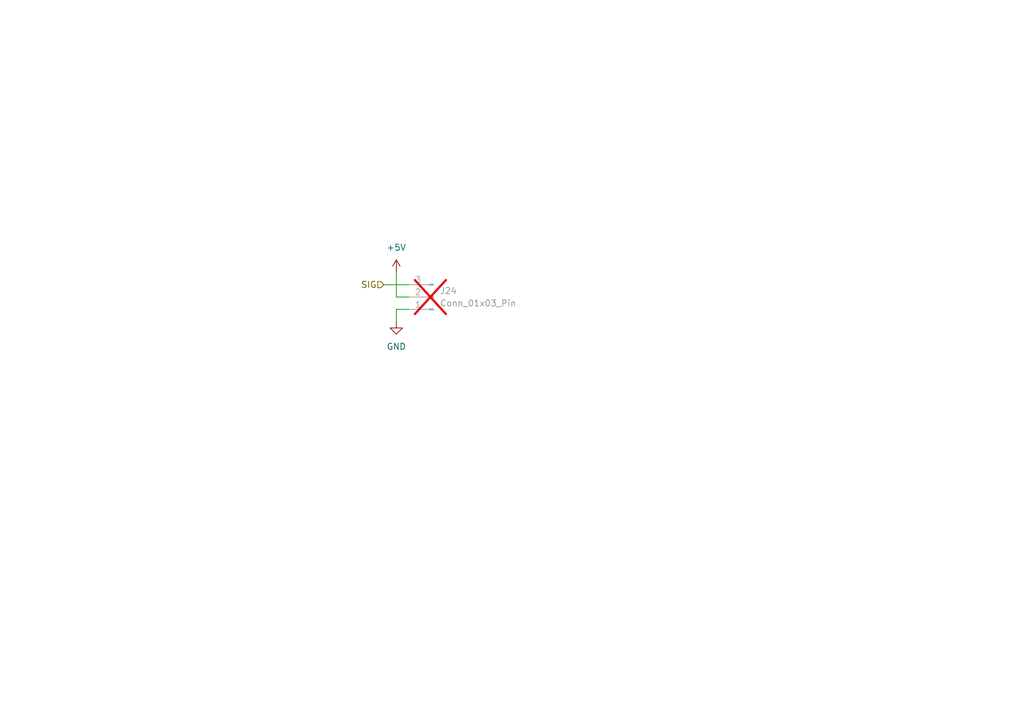
<source format=kicad_sch>
(kicad_sch (version 20231120) (generator "eeschema") (generator_version "8.0")
  (paper "A5")
  (lib_symbols
    (symbol "Connector:Conn_01x03_Pin" (pin_names (offset 1.016) hide)
      (property "Reference" "J" (at 0 5.08 0))
      (property "Value" "Conn_01x03_Pin" (at 0 -5.08 0))
      (symbol "Conn_01x03_Pin_1_1"
        (polyline (pts (xy 1.27 -2.54) (xy 0.8636 -2.54)) (stroke (width 0.1524)))
        (polyline (pts (xy 1.27 0) (xy 0.8636 0)) (stroke (width 0.1524)))
        (polyline (pts (xy 1.27 2.54) (xy 0.8636 2.54)) (stroke (width 0.1524)))
        (rectangle (start 0.8636 -2.413) (end 0 -2.667) (stroke (width 0.1524)) (fill (type outline)))
        (rectangle (start 0.8636 0.127) (end 0 -0.127) (stroke (width 0.1524)) (fill (type outline)))
        (rectangle (start 0.8636 2.667) (end 0 2.413) (stroke (width 0.1524)) (fill (type outline)))
        (pin passive line (at 5.08 2.54 180) (length 3.81) (name "Pin_1") (number "1"))
        (pin passive line (at 5.08 0 180) (length 3.81) (name "Pin_2") (number "2"))
        (pin passive line (at 5.08 -2.54 180) (length 3.81) (name "Pin_3") (number "3"))
      )
    )
    (symbol "power:+5V" (power) (pin_numbers hide) (pin_names (offset 0) hide)
      (property "Value" "+5V" (at 0 3.556 0))
      (symbol "+5V_0_1"
        (polyline (pts (xy -0.762 1.27) (xy 0 2.54)))
        (polyline (pts (xy 0 0) (xy 0 2.54)))
        (polyline (pts (xy 0 2.54) (xy 0.762 1.27)))
      )
      (symbol "+5V_1_1"
        (pin power_in line (at 0 0 90) (length 0) (name "~") (number "1"))
      )
    )
    (symbol "power:GND" (power) (pin_numbers hide) (pin_names (offset 0) hide)
      (property "Value" "GND" (at 0 -3.81 0))
      (symbol "GND_0_1"
        (polyline (pts (xy 0 0) (xy 0 -1.27) (xy 1.27 -1.27) (xy 0 -2.54) (xy -1.27 -1.27) (xy 0 -1.27)))
      )
      (symbol "GND_1_1"
        (pin power_in line (at 0 0 270) (length 0) (name "~") (number "1"))
      )
    )
  )
  (wire (pts (xy 81.28 55.88) (xy 81.28 60.96)))
  (wire (pts (xy 81.28 63.5) (xy 83.82 63.5)))
  (wire (pts (xy 81.28 60.96) (xy 83.82 60.96)))
  (wire (pts (xy 81.28 66.04) (xy 81.28 63.5)))
  (wire (pts (xy 78.74 58.42) (xy 83.82 58.42)))
  (hierarchical_label "SIG" (shape input) (at 78.74 58.42 180) (effects (font (thickness 0.1588))))
  (symbol (lib_id "power:+5V") (at 81.28 55.88 0) (unit 1)
    (property "Reference" "#PWR0257" (effects (hide yes)))
    (property "Value" "+5V" (at 81.28 50.8 0))
    (property "Description" "Power symbol creates a global label with name \"+5V\"" (effects (hide yes)))
    (instances (project "raven" (path "" (reference "#PWR0257") (unit 1)) (path "" (reference "#PWR0253") (unit 1)) (path "" (reference "#PWR0251") (unit 1)) (path "" (reference "#PWR0255") (unit 1))))
  )
  (symbol (lib_id "power:GND") (at 81.28 66.04 0) (unit 1)
    (property "Reference" "#PWR0258" (effects (hide yes)))
    (property "Value" "GND" (at 81.28 71.12 0))
    (property "Description" "Power symbol creates a global label with name \"GND\" , ground" (effects (hide yes)))
    (instances (project "raven" (path "" (reference "#PWR0258") (unit 1)) (path "" (reference "#PWR0254") (unit 1)) (path "" (reference "#PWR0252") (unit 1)) (path "" (reference "#PWR0256") (unit 1))))
  )
  (symbol (lib_id "Connector:Conn_01x03_Pin") (at 88.9 60.96 180) (unit 1) (dnp yes)
    (property "Reference" "J24" (at 90.17 59.6899 0) (effects (justify right)))
    (property "Value" "Conn_01x03_Pin" (at 90.17 62.2299 0) (effects (justify right)))
    (property "Footprint" "Connector_PinHeader_2.54mm:PinHeader_1x03_P2.54mm_Vertical" (effects (hide yes)))
    (property "Description" "Generic connector, single row, 01x03, script generated" (effects (hide yes)))
    (property "LCSC" "C6332196" (effects (hide yes)))
    (instances (project "raven" (path "" (reference "J24") (unit 1)) (path "" (reference "J22") (unit 1)) (path "" (reference "J21") (unit 1)) (path "" (reference "J23") (unit 1))))
  )
)
</source>
